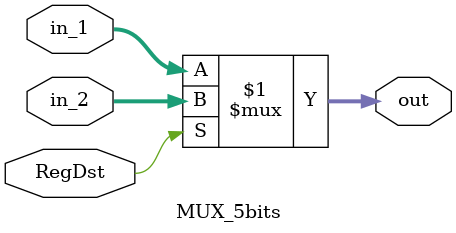
<source format=v>
module MUX_5bits(
    input wire[4:0] in_1, // vindo do instruction[20:16]
    input wire[4:0] in_2, // vindo do instruction[15:11]
    input wire RegDst,
    output wire[4:0] out
);

assign out = RegDst ? in_2 : in_1;

 endmodule  
</source>
